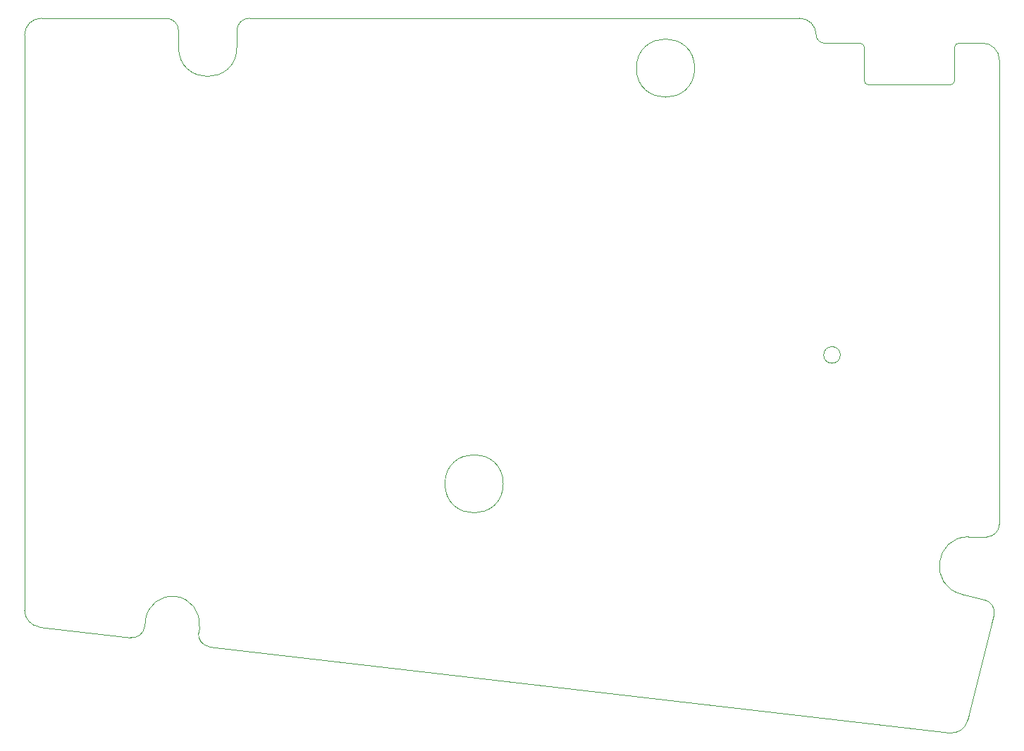
<source format=gbr>
%TF.GenerationSoftware,KiCad,Pcbnew,(5.1.0)-1*%
%TF.CreationDate,2021-02-23T00:32:10+09:00*%
%TF.ProjectId,20200129 thinkeyboardver0,32303230-3031-4323-9920-7468696e6b65,rev?*%
%TF.SameCoordinates,Original*%
%TF.FileFunction,Profile,NP*%
%FSLAX46Y46*%
G04 Gerber Fmt 4.6, Leading zero omitted, Abs format (unit mm)*
G04 Created by KiCad (PCBNEW (5.1.0)-1) date 2021-02-23 00:32:10*
%MOMM*%
%LPD*%
G04 APERTURE LIST*
%ADD10C,0.050000*%
G04 APERTURE END LIST*
D10*
X194325000Y-64375000D02*
X197200000Y-64375000D01*
X193825000Y-68875000D02*
X193825000Y-64875000D01*
X183475000Y-69375000D02*
X193325000Y-69375000D01*
X182975000Y-64875000D02*
X182975000Y-68875000D01*
X178200000Y-64375000D02*
X182475000Y-64375000D01*
X193825000Y-64875000D02*
G75*
G02X194325000Y-64375000I500000J0D01*
G01*
X193825000Y-68875000D02*
G75*
G02X193325000Y-69375000I-500000J0D01*
G01*
X183475000Y-69375000D02*
G75*
G02X182975000Y-68875000I0J500000D01*
G01*
X182475000Y-64375000D02*
G75*
G02X182975000Y-64875000I0J-500000D01*
G01*
X104300141Y-136963841D02*
X193220001Y-147344999D01*
X83870000Y-134585000D02*
X94870001Y-135864999D01*
X195395182Y-145833813D02*
X198549999Y-133164999D01*
X199200000Y-66375000D02*
X199200000Y-122255000D01*
X194649913Y-130655350D02*
G75*
G02X195500000Y-123750000I850087J3400350D01*
G01*
X109100000Y-61375000D02*
X175200000Y-61375000D01*
X84100000Y-61375000D02*
X99100000Y-61375000D01*
X197457675Y-131354426D02*
G75*
G02X198549999Y-133164999I-357675J-1450574D01*
G01*
X194650001Y-130654999D02*
X197457675Y-131354426D01*
X197700000Y-123755000D02*
X195500000Y-123750000D01*
X199200000Y-122255000D02*
G75*
G02X197700000Y-123755000I-1500000J0D01*
G01*
X96620000Y-133775000D02*
X96529999Y-134544999D01*
X103079999Y-134534999D02*
X102990001Y-135305001D01*
X104300141Y-136963841D02*
G75*
G02X102990001Y-135305001I179859J1488841D01*
G01*
X96618840Y-133774866D02*
G75*
G02X103079999Y-134534999I3231160J-375134D01*
G01*
X96529999Y-134544999D02*
G75*
G02X94870001Y-135864999I-1489999J169999D01*
G01*
X107600000Y-64875000D02*
X107600000Y-62875000D01*
X100600000Y-62875000D02*
X100600000Y-64875000D01*
X107600000Y-62875000D02*
G75*
G02X109100000Y-61375000I1500000J0D01*
G01*
X107600000Y-64875000D02*
G75*
G02X100600000Y-64875000I-3500000J0D01*
G01*
X99100000Y-61375000D02*
G75*
G02X100600000Y-62875000I0J-1500000D01*
G01*
X180100000Y-101880000D02*
G75*
G03X180100000Y-101880000I-1000000J0D01*
G01*
X139600000Y-117375000D02*
G75*
G03X139600000Y-117375000I-3500000J0D01*
G01*
X162600000Y-67375000D02*
G75*
G03X162600000Y-67375000I-3500000J0D01*
G01*
X178200000Y-64375000D02*
G75*
G02X177200000Y-63375000I0J1000000D01*
G01*
X175200000Y-61375000D02*
G75*
G02X177200000Y-63375000I0J-2000000D01*
G01*
X197200000Y-64375000D02*
G75*
G02X199200000Y-66375000I0J-2000000D01*
G01*
X195395182Y-145833813D02*
G75*
G02X193220001Y-147344999I-1945182J478813D01*
G01*
X83870373Y-134581774D02*
G75*
G02X82100000Y-132595000I229627J1986774D01*
G01*
X82100000Y-63375000D02*
G75*
G02X84100000Y-61375000I2000000J0D01*
G01*
X82100000Y-63375000D02*
X82100000Y-132595000D01*
M02*

</source>
